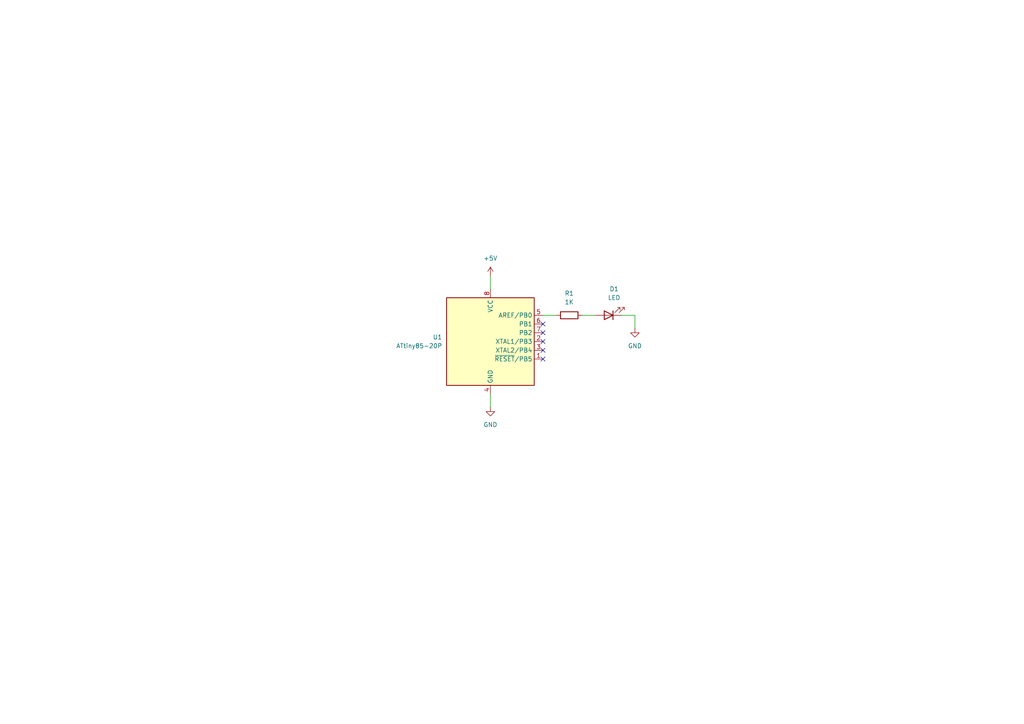
<source format=kicad_sch>
(kicad_sch (version 20211123) (generator eeschema)
  (paper "A4")
  (lib_symbols
    (symbol "Device:LED" (pin_numbers hide) (pin_names (offset 1.016) hide)
      (property "Reference" "D" (at 0 2.54 0))
      (property "Value" "LED" (at 0 -2.54 0))
      (symbol "LED_0_1"
        (polyline (pts (xy -1.27 -1.27) (xy -1.27 1.27)) (stroke (width 0.254)))
        (polyline (pts (xy -1.27 0) (xy 1.27 0)))
        (polyline (pts (xy 1.27 -1.27) (xy 1.27 1.27) (xy -1.27 0) (xy 1.27 -1.27)) (stroke (width 0.254)))
        (polyline (pts (xy -3.048 -0.762) (xy -4.572 -2.286) (xy -3.81 -2.286) (xy -4.572 -2.286) (xy -4.572 -1.524)))
        (polyline (pts (xy -1.778 -0.762) (xy -3.302 -2.286) (xy -2.54 -2.286) (xy -3.302 -2.286) (xy -3.302 -1.524)))
      )
      (symbol "LED_1_1"
        (pin passive line (at -3.81 0 0) (length 2.54) (name "K") (number "1"))
        (pin passive line (at 3.81 0 180) (length 2.54) (name "A") (number "2"))
      )
    )
    (symbol "Device:R" (pin_numbers hide) (pin_names (offset 0))
      (property "Reference" "R" (at 2.032 0 90))
      (property "Value" "R" (at 0 0 90))
      (symbol "R_0_1"
        (rectangle (start -1.016 -2.54) (end 1.016 2.54) (stroke (width 0.254)))
      )
      (symbol "R_1_1"
        (pin passive line (at 0 3.81 270) (length 1.27) (name "~") (number "1"))
        (pin passive line (at 0 -3.81 90) (length 1.27) (name "~") (number "2"))
      )
    )
    (symbol "MCU_Microchip_ATtiny:ATtiny85-20P"
      (property "Reference" "U" (at -12.7 13.97 0))
      (property "Value" "ATtiny85-20P" (at 2.54 -13.97 0))
      (symbol "ATtiny85-20P_0_1"
        (rectangle (start -12.7 -12.7) (end 12.7 12.7) (stroke (width 0.254)) (fill (type background)))
      )
      (symbol "ATtiny85-20P_1_1"
        (pin bidirectional line (at 15.24 -5.08 180) (length 2.54) (name "~{RESET}/PB5") (number "1"))
        (pin bidirectional line (at 15.24 0 180) (length 2.54) (name "XTAL1/PB3") (number "2"))
        (pin bidirectional line (at 15.24 -2.54 180) (length 2.54) (name "XTAL2/PB4") (number "3"))
        (pin power_in line (at 0 -15.24 90) (length 2.54) (name "GND") (number "4"))
        (pin bidirectional line (at 15.24 7.62 180) (length 2.54) (name "AREF/PB0") (number "5"))
        (pin bidirectional line (at 15.24 5.08 180) (length 2.54) (name "PB1") (number "6"))
        (pin bidirectional line (at 15.24 2.54 180) (length 2.54) (name "PB2") (number "7"))
        (pin power_in line (at 0 15.24 270) (length 2.54) (name "VCC") (number "8"))
      )
    )
    (symbol "power:+5V" (power) (pin_names (offset 0))
      (property "Value" "+5V" (at 0 3.556 0))
      (symbol "+5V_0_1"
        (polyline (pts (xy -0.762 1.27) (xy 0 2.54)))
        (polyline (pts (xy 0 0) (xy 0 2.54)))
        (polyline (pts (xy 0 2.54) (xy 0.762 1.27)))
      )
      (symbol "+5V_1_1"
        (pin power_in line (at 0 0 90) (length 0) hide (name "+5V") (number "1"))
      )
    )
    (symbol "power:GND" (power) (pin_names (offset 0))
      (property "Value" "GND" (at 0 -3.81 0))
      (symbol "GND_0_1"
        (polyline (pts (xy 0 0) (xy 0 -1.27) (xy 1.27 -1.27) (xy 0 -2.54) (xy -1.27 -1.27) (xy 0 -1.27)))
      )
      (symbol "GND_1_1"
        (pin power_in line (at 0 0 270) (length 0) hide (name "GND") (number "1"))
      )
    )
  )
  (no_connect (at 157.48 93.98))
  (no_connect (at 157.48 96.52))
  (no_connect (at 157.48 99.06))
  (no_connect (at 157.48 101.6))
  (no_connect (at 157.48 104.14))
  (wire (pts (xy 142.24 80.01) (xy 142.24 83.82)))
  (wire (pts (xy 157.48 91.44) (xy 161.29 91.44)))
  (wire (pts (xy 168.91 91.44) (xy 172.72 91.44)))
  (wire (pts (xy 184.15 91.44) (xy 184.15 95.25)))
  (wire (pts (xy 142.24 114.3) (xy 142.24 118.11)))
  (wire (pts (xy 180.34 91.44) (xy 184.15 91.44)))
  (symbol (lib_id "power:GND") (at 184.15 95.25 0) (unit 1)
    (property "Reference" "#PWR03" (effects hide))
    (property "Value" "GND" (at 184.15 100.33 0))
  )
  (symbol (lib_id "Device:LED") (at 176.53 91.44 180) (unit 1)
    (property "Reference" "D1" (at 178.1175 83.82 0))
    (property "Value" "LED" (at 178.1175 86.36 0))
  )
  (symbol (lib_id "MCU_Microchip_ATtiny:ATtiny85-20P") (at 142.24 99.06 0) (unit 1)
    (property "Reference" "U1" (at 128.27 97.7899 0) (effects (justify right)))
    (property "Value" "ATtiny85-20P" (at 128.27 100.3299 0) (effects (justify right)))
    (property "Footprint" "Package_DIP:DIP-8_W7.62mm" (effects hide))
    (property "Datasheet" "http://ww1.microchip.com/downloads/en/DeviceDoc/atmel-2586-avr-8-bit-microcontroller-attiny25-attiny45-attiny85_datasheet.pdf" (effects hide))
  )
  (symbol (lib_id "Device:R") (at 165.1 91.44 90) (unit 1)
    (property "Reference" "R1" (at 165.1 85.09 90))
    (property "Value" "1K" (at 165.1 87.63 90))
  )
  (symbol (lib_id "power:GND") (at 142.24 118.11 0) (unit 1)
    (property "Reference" "#PWR02" (effects hide))
    (property "Value" "GND" (at 142.24 123.19 0))
  )
  (symbol (lib_id "power:+5V") (at 142.24 80.01 0) (unit 1)
    (property "Reference" "#PWR01" (effects hide))
    (property "Value" "+5V" (at 142.24 74.93 0))
  )
)
</source>
